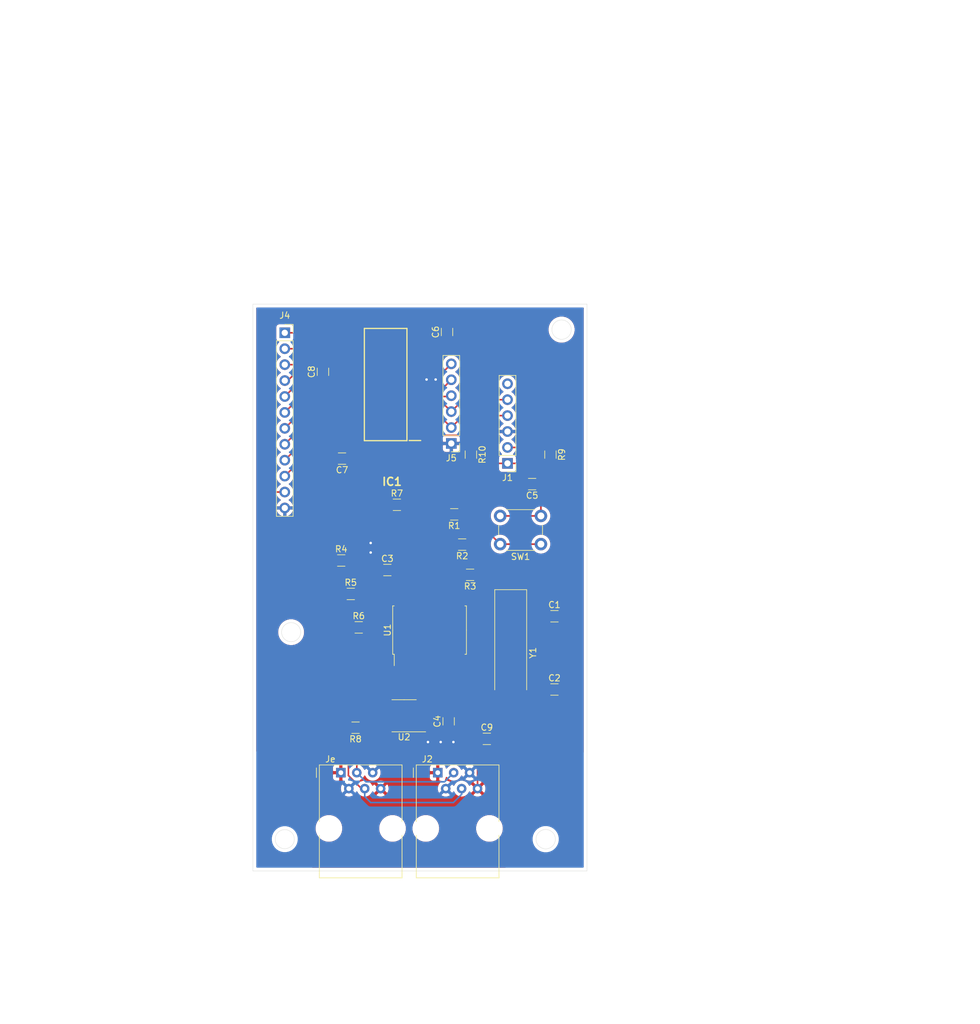
<source format=kicad_pcb>
(kicad_pcb (version 20171130) (host pcbnew "(5.1.4)-1")
  (title_block (title "Canbus boiler switch") (date 23Feb2020) (rev v1.0) (comment 1 "Manufactured and in testing / use"))
  (layers (0 F.Cu signal) (31 B.Cu signal) (34 B.Paste user) (35 F.Paste user) (36 B.SilkS user) (37 F.SilkS user) (38 B.Mask user) (39 F.Mask user) (44 Edge.Cuts user))
  (net 0 "")
  (net 1 GND)
  (net 2 "Net-(C1-Pad1)")
  (net 3 "Net-(C2-Pad1)")
  (net 4 VDD)
  (net 5 "Net-(C8-Pad1)")
  (net 6 /io/io9)
  (net 7 /io/io8)
  (net 8 /io/io7)
  (net 9 /io/io6)
  (net 10 /io/io5)
  (net 11 /io/io4)
  (net 12 /io/io3)
  (net 13 /io/io2)
  (net 14 /io/io1)
  (net 15 /io/switch_0)
  (net 16 /canbus/RESET)
  (net 17 /canbus/TX2RTS)
  (net 18 /canbus/TX1RTS)
  (net 19 /canbus/TX0RTS)
  (net 20 /canbus/RX1BF)
  (net 21 /canbus/MCP_SCK)
  (net 22 /canbus/MCP_SO)
  (net 23 /canbus/MCP_SI)
  (net 24 /mircoprocessor/CS)
  (net 25 /canbus/RX0BF)
  (net 26 /canbus/INT)
  (net 27 /mircoprocessor/MCLR)
  (net 28 "Net-(J1-Pad1)")
  (net 29 /rj12_connections/CAN_H)
  (net 30 /rj12_connections/CAN_L)
  (net 31 "Net-(R8-Pad1)")
  (net 32 /canbus/RXCAN)
  (net 33 /canbus/TXCAN)
  (net 34 "Net-(C5-Pad1)")
  (module Connector_PinHeader_2.54mm:PinHeader_1x06_P2.54mm_Vertical (layer F.Cu) (at 81.45 147.7 180)
    (fp_text reference J5 (at 0 -2.33) (layer F.SilkS))
    (fp_text value Conn_01x06_Male)
    (pad 6 thru_hole oval (at 0 12.7 180) (size 1.7 1.7) (drill 1) (layers *.Cu *.Mask) (net 24 /mircoprocessor/CS))
    (pad 5 thru_hole oval (at 0 10.16 180) (size 1.7 1.7) (drill 1) (layers *.Cu *.Mask) (net 22 /canbus/MCP_SO))
    (pad 4 thru_hole oval (at 0 7.62 180) (size 1.7 1.7) (drill 1) (layers *.Cu *.Mask) (net 23 /canbus/MCP_SI))
    (pad 3 thru_hole oval (at 0 5.08 180) (size 1.7 1.7) (drill 1) (layers *.Cu *.Mask) (net 21 /canbus/MCP_SCK))
    (pad 2 thru_hole oval (at 0 2.54 180) (size 1.7 1.7) (drill 1) (layers *.Cu *.Mask) (net 26 /canbus/INT))
    (pad 1 thru_hole rect (at 0 0 180) (size 1.7 1.7) (drill 1) (layers *.Cu *.Mask) (net 1 GND))
  )
  (module Crystal:Crystal_SMD_HC49-SD_HandSoldering (layer F.Cu) (at 90.932 181.102 270)
    (fp_text reference Y1 (at 0 -3.55 90) (layer F.SilkS))
    (fp_text value 16MHz)
    (pad 2 smd rect (at 5.9375 0 270) (size 7.875 2) (layers F.Cu F.Paste F.Mask) (net 3 "Net-(C2-Pad1)"))
    (pad 1 smd rect (at -5.9375 0 270) (size 7.875 2) (layers F.Cu F.Paste F.Mask) (net 2 "Net-(C1-Pad1)"))
  )
  (module Connector_RJ:RJ12_Amphenol_54601 (layer F.Cu) (at 63.82 200.214)
    (fp_text reference Je (at -1.67 -2.16) (layer F.SilkS))
    (fp_text value 6P6C)
    (pad 1 thru_hole rect (at 0 0) (size 1.52 1.52) (drill 0.76) (layers *.Cu *.Mask) (net 4 VDD))
    (pad "" np_thru_hole circle (at -1.91 8.89) (size 3.25 3.25) (drill 3.25) (layers *.Cu *.Mask))
    (pad 2 thru_hole circle (at 1.27 2.54) (size 1.52 1.52) (drill 0.76) (layers *.Cu *.Mask) (net 1 GND))
    (pad 3 thru_hole circle (at 2.54 0) (size 1.52 1.52) (drill 0.76) (layers *.Cu *.Mask) (net 29 /rj12_connections/CAN_H))
    (pad 4 thru_hole circle (at 3.81 2.54) (size 1.52 1.52) (drill 0.76) (layers *.Cu *.Mask) (net 30 /rj12_connections/CAN_L))
    (pad 5 thru_hole circle (at 5.08 0) (size 1.52 1.52) (drill 0.76) (layers *.Cu *.Mask) (net 1 GND))
    (pad 6 thru_hole circle (at 6.35 2.54) (size 1.52 1.52) (drill 0.76) (layers *.Cu *.Mask) (net 4 VDD))
    (pad "" np_thru_hole circle (at 8.25 8.89) (size 3.25 3.25) (drill 3.25) (layers *.Cu *.Mask))
  )
  (module PIC24FJ256GA702-I_SO:SOIC127P1030X265-28N (layer F.Cu) (at 70.969 138.303 180)
    (fp_text reference IC1 (at -1.016 -15.494 180) (layer F.SilkS) (effects (font (size 1.27 1.27) (thickness 0.254))))
    (fp_text value PIC24FJ256GA702-I_SP hide)
    (pad 28 smd rect (at 4.675 -8.255 270) (size 0.65 1.85) (layers F.Cu F.Paste F.Mask) (net 4 VDD))
    (pad 27 smd rect (at 4.675 -6.985 270) (size 0.65 1.85) (layers F.Cu F.Paste F.Mask) (net 1 GND))
    (pad 26 smd rect (at 4.675 -5.715 270) (size 0.65 1.85) (layers F.Cu F.Paste F.Mask) (net 6 /io/io9))
    (pad 25 smd rect (at 4.675 -4.445 270) (size 0.65 1.85) (layers F.Cu F.Paste F.Mask) (net 7 /io/io8))
    (pad 24 smd rect (at 4.675 -3.175 270) (size 0.65 1.85) (layers F.Cu F.Paste F.Mask) (net 8 /io/io7))
    (pad 23 smd rect (at 4.675 -1.905 270) (size 0.65 1.85) (layers F.Cu F.Paste F.Mask) (net 9 /io/io6))
    (pad 22 smd rect (at 4.675 -0.635 270) (size 0.65 1.85) (layers F.Cu F.Paste F.Mask) (net 10 /io/io5))
    (pad 21 smd rect (at 4.675 0.635 270) (size 0.65 1.85) (layers F.Cu F.Paste F.Mask) (net 11 /io/io4))
    (pad 20 smd rect (at 4.675 1.905 270) (size 0.65 1.85) (layers F.Cu F.Paste F.Mask) (net 5 "Net-(C8-Pad1)"))
    (pad 19 smd rect (at 4.675 3.175 270) (size 0.65 1.85) (layers F.Cu F.Paste F.Mask) (net 1 GND))
    (pad 18 smd rect (at 4.675 4.445 270) (size 0.65 1.85) (layers F.Cu F.Paste F.Mask) (net 12 /io/io3))
    (pad 17 smd rect (at 4.675 5.715 270) (size 0.65 1.85) (layers F.Cu F.Paste F.Mask) (net 13 /io/io2))
    (pad 16 smd rect (at 4.675 6.985 270) (size 0.65 1.85) (layers F.Cu F.Paste F.Mask) (net 14 /io/io1))
    (pad 15 smd rect (at 4.675 8.255 270) (size 0.65 1.85) (layers F.Cu F.Paste F.Mask) (net 15 /io/switch_0))
    (pad 14 smd rect (at -4.675 8.255 270) (size 0.65 1.85) (layers F.Cu F.Paste F.Mask) (net 19 /canbus/TX0RTS))
    (pad 13 smd rect (at -4.675 6.985 270) (size 0.65 1.85) (layers F.Cu F.Paste F.Mask) (net 4 VDD))
    (pad 12 smd rect (at -4.675 5.715 270) (size 0.65 1.85) (layers F.Cu F.Paste F.Mask) (net 18 /canbus/TX1RTS))
    (pad 11 smd rect (at -4.675 4.445 270) (size 0.65 1.85) (layers F.Cu F.Paste F.Mask) (net 17 /canbus/TX2RTS))
    (pad 10 smd rect (at -4.675 3.175 270) (size 0.65 1.85) (layers F.Cu F.Paste F.Mask) (net 16 /canbus/RESET))
    (pad 9 smd rect (at -4.675 1.905 270) (size 0.65 1.85) (layers F.Cu F.Paste F.Mask) (net 24 /mircoprocessor/CS))
    (pad 8 smd rect (at -4.675 0.635 270) (size 0.65 1.85) (layers F.Cu F.Paste F.Mask) (net 1 GND))
    (pad 7 smd rect (at -4.675 -0.635 270) (size 0.65 1.85) (layers F.Cu F.Paste F.Mask) (net 22 /canbus/MCP_SO))
    (pad 6 smd rect (at -4.675 -1.905 270) (size 0.65 1.85) (layers F.Cu F.Paste F.Mask) (net 23 /canbus/MCP_SI))
    (pad 5 smd rect (at -4.675 -3.175 270) (size 0.65 1.85) (layers F.Cu F.Paste F.Mask) (net 21 /canbus/MCP_SCK))
    (pad 4 smd rect (at -4.675 -4.445 270) (size 0.65 1.85) (layers F.Cu F.Paste F.Mask) (net 26 /canbus/INT))
    (pad 3 smd rect (at -4.675 -5.715 270) (size 0.65 1.85) (layers F.Cu F.Paste F.Mask) (net 25 /canbus/RX0BF))
    (pad 2 smd rect (at -4.675 -6.985 270) (size 0.65 1.85) (layers F.Cu F.Paste F.Mask) (net 20 /canbus/RX1BF))
    (pad 1 smd rect (at -4.675 -8.255 270) (size 0.65 1.85) (layers F.Cu F.Paste F.Mask) (net 27 /mircoprocessor/MCLR))
  )
  (module Connector_RJ:RJ12_Amphenol_54601 (layer F.Cu) (at 79.29 200.214)
    (fp_text reference J2 (at -1.67 -2.16) (layer F.SilkS))
    (fp_text value 6P6C)
    (pad 1 thru_hole rect (at 0 0) (size 1.52 1.52) (drill 0.76) (layers *.Cu *.Mask) (net 4 VDD))
    (pad "" np_thru_hole circle (at -1.91 8.89) (size 3.25 3.25) (drill 3.25) (layers *.Cu *.Mask))
    (pad 2 thru_hole circle (at 1.27 2.54) (size 1.52 1.52) (drill 0.76) (layers *.Cu *.Mask) (net 1 GND))
    (pad 3 thru_hole circle (at 2.54 0) (size 1.52 1.52) (drill 0.76) (layers *.Cu *.Mask) (net 29 /rj12_connections/CAN_H))
    (pad 4 thru_hole circle (at 3.81 2.54) (size 1.52 1.52) (drill 0.76) (layers *.Cu *.Mask) (net 30 /rj12_connections/CAN_L))
    (pad 5 thru_hole circle (at 5.08 0) (size 1.52 1.52) (drill 0.76) (layers *.Cu *.Mask) (net 1 GND))
    (pad 6 thru_hole circle (at 6.35 2.54) (size 1.52 1.52) (drill 0.76) (layers *.Cu *.Mask) (net 4 VDD))
    (pad "" np_thru_hole circle (at 8.25 8.89) (size 3.25 3.25) (drill 3.25) (layers *.Cu *.Mask))
  )
  (module Package_SO:SOIC-8_3.9x4.9mm_P1.27mm (layer F.Cu) (at 73.914 191.135 180)
    (fp_text reference U2 (at 0 -3.4) (layer F.SilkS))
    (fp_text value MCP2551-I-SN)
    (pad 8 smd roundrect (at 2.475 -1.905 180) (size 1.95 0.6) (layers F.Cu F.Paste F.Mask) (net 31 "Net-(R8-Pad1)"))
    (pad 7 smd roundrect (at 2.475 -0.635 180) (size 1.95 0.6) (layers F.Cu F.Paste F.Mask) (net 29 /rj12_connections/CAN_H))
    (pad 6 smd roundrect (at 2.475 0.635 180) (size 1.95 0.6) (layers F.Cu F.Paste F.Mask) (net 30 /rj12_connections/CAN_L))
    (pad 5 smd roundrect (at 2.475 1.905 180) (size 1.95 0.6) (layers F.Cu F.Paste F.Mask))
    (pad 4 smd roundrect (at -2.475 1.905 180) (size 1.95 0.6) (layers F.Cu F.Paste F.Mask) (net 32 /canbus/RXCAN))
    (pad 3 smd roundrect (at -2.475 0.635 180) (size 1.95 0.6) (layers F.Cu F.Paste F.Mask) (net 4 VDD))
    (pad 2 smd roundrect (at -2.475 -0.635 180) (size 1.95 0.6) (layers F.Cu F.Paste F.Mask) (net 1 GND))
    (pad 1 smd roundrect (at -2.475 -1.905 180) (size 1.95 0.6) (layers F.Cu F.Paste F.Mask) (net 33 /canbus/TXCAN))
  )
  (module Button_Switch_THT:SW_PUSH_6mm (layer F.Cu) (at 95.758 163.758 180)
    (fp_text reference SW1 (at 3.25 -2) (layer F.SilkS))
    (fp_text value SW_Push)
    (pad 1 thru_hole circle (at 6.5 0 270) (size 2 2) (drill 1.1) (layers *.Cu *.Mask) (net 28 "Net-(J1-Pad1)"))
    (pad 2 thru_hole circle (at 6.5 4.5 270) (size 2 2) (drill 1.1) (layers *.Cu *.Mask) (net 34 "Net-(C5-Pad1)"))
    (pad 1 thru_hole circle (at 0 0 270) (size 2 2) (drill 1.1) (layers *.Cu *.Mask) (net 28 "Net-(J1-Pad1)"))
    (pad 2 thru_hole circle (at 0 4.5 270) (size 2 2) (drill 1.1) (layers *.Cu *.Mask) (net 34 "Net-(C5-Pad1)"))
  )
  (module Connector_PinSocket_2.54mm:PinSocket_1x12_P2.54mm_Vertical (layer F.Cu) (at 54.864 130.048)
    (fp_text reference J4 (at 0 -2.77) (layer F.SilkS))
    (fp_text value Conn_01x12_Female)
    (pad 12 thru_hole oval (at 0 27.94) (size 1.7 1.7) (drill 1) (layers *.Cu *.Mask) (net 1 GND))
    (pad 11 thru_hole oval (at 0 25.4) (size 1.7 1.7) (drill 1) (layers *.Cu *.Mask) (net 4 VDD))
    (pad 10 thru_hole oval (at 0 22.86) (size 1.7 1.7) (drill 1) (layers *.Cu *.Mask) (net 6 /io/io9))
    (pad 9 thru_hole oval (at 0 20.32) (size 1.7 1.7) (drill 1) (layers *.Cu *.Mask) (net 7 /io/io8))
    (pad 8 thru_hole oval (at 0 17.78) (size 1.7 1.7) (drill 1) (layers *.Cu *.Mask) (net 8 /io/io7))
    (pad 7 thru_hole oval (at 0 15.24) (size 1.7 1.7) (drill 1) (layers *.Cu *.Mask) (net 9 /io/io6))
    (pad 6 thru_hole oval (at 0 12.7) (size 1.7 1.7) (drill 1) (layers *.Cu *.Mask) (net 10 /io/io5))
    (pad 5 thru_hole oval (at 0 10.16) (size 1.7 1.7) (drill 1) (layers *.Cu *.Mask) (net 11 /io/io4))
    (pad 4 thru_hole oval (at 0 7.62) (size 1.7 1.7) (drill 1) (layers *.Cu *.Mask) (net 12 /io/io3))
    (pad 3 thru_hole oval (at 0 5.08) (size 1.7 1.7) (drill 1) (layers *.Cu *.Mask) (net 13 /io/io2))
    (pad 2 thru_hole oval (at 0 2.54) (size 1.7 1.7) (drill 1) (layers *.Cu *.Mask) (net 14 /io/io1))
    (pad 1 thru_hole rect (at 0 0) (size 1.7 1.7) (drill 1) (layers *.Cu *.Mask) (net 15 /io/switch_0))
  )
  (module Package_SO:SOIC-18W_7.5x11.6mm_P1.27mm (layer F.Cu) (at 77.978 177.468 90)
    (fp_text reference U1 (at 0 -6.72 90) (layer F.SilkS))
    (fp_text value MCP2515-xSO)
    (pad 18 smd roundrect (at 4.65 -5.08 90) (size 2.05 0.6) (layers F.Cu F.Paste F.Mask) (net 4 VDD))
    (pad 17 smd roundrect (at 4.65 -3.81 90) (size 2.05 0.6) (layers F.Cu F.Paste F.Mask) (net 16 /canbus/RESET))
    (pad 16 smd roundrect (at 4.65 -2.54 90) (size 2.05 0.6) (layers F.Cu F.Paste F.Mask) (net 24 /mircoprocessor/CS))
    (pad 15 smd roundrect (at 4.65 -1.27 90) (size 2.05 0.6) (layers F.Cu F.Paste F.Mask) (net 22 /canbus/MCP_SO))
    (pad 14 smd roundrect (at 4.65 0 90) (size 2.05 0.6) (layers F.Cu F.Paste F.Mask) (net 23 /canbus/MCP_SI))
    (pad 13 smd roundrect (at 4.65 1.27 90) (size 2.05 0.6) (layers F.Cu F.Paste F.Mask) (net 21 /canbus/MCP_SCK))
    (pad 12 smd roundrect (at 4.65 2.54 90) (size 2.05 0.6) (layers F.Cu F.Paste F.Mask) (net 26 /canbus/INT))
    (pad 11 smd roundrect (at 4.65 3.81 90) (size 2.05 0.6) (layers F.Cu F.Paste F.Mask) (net 25 /canbus/RX0BF))
    (pad 10 smd roundrect (at 4.65 5.08 90) (size 2.05 0.6) (layers F.Cu F.Paste F.Mask) (net 20 /canbus/RX1BF))
    (pad 9 smd roundrect (at -4.65 5.08 90) (size 2.05 0.6) (layers F.Cu F.Paste F.Mask) (net 1 GND))
    (pad 8 smd roundrect (at -4.65 3.81 90) (size 2.05 0.6) (layers F.Cu F.Paste F.Mask) (net 3 "Net-(C2-Pad1)"))
    (pad 7 smd roundrect (at -4.65 2.54 90) (size 2.05 0.6) (layers F.Cu F.Paste F.Mask) (net 2 "Net-(C1-Pad1)"))
    (pad 6 smd roundrect (at -4.65 1.27 90) (size 2.05 0.6) (layers F.Cu F.Paste F.Mask) (net 17 /canbus/TX2RTS))
    (pad 5 smd roundrect (at -4.65 0 90) (size 2.05 0.6) (layers F.Cu F.Paste F.Mask) (net 18 /canbus/TX1RTS))
    (pad 4 smd roundrect (at -4.65 -1.27 90) (size 2.05 0.6) (layers F.Cu F.Paste F.Mask) (net 19 /canbus/TX0RTS))
    (pad 3 smd roundrect (at -4.65 -2.54 90) (size 2.05 0.6) (layers F.Cu F.Paste F.Mask))
    (pad 2 smd roundrect (at -4.65 -3.81 90) (size 2.05 0.6) (layers F.Cu F.Paste F.Mask) (net 32 /canbus/RXCAN))
    (pad 1 smd roundrect (at -4.65 -5.08 90) (size 2.05 0.6) (layers F.Cu F.Paste F.Mask) (net 33 /canbus/TXCAN))
  )
  (module Resistor_SMD:R_1206_3216Metric (layer F.Cu) (at 84.582 149.476 270)
    (fp_text reference R10 (at 0 -1.82 90) (layer F.SilkS))
    (fp_text value 470R)
    (pad 2 smd roundrect (at 1.4 0 270) (size 1.25 1.75) (layers F.Cu F.Paste F.Mask) (roundrect_rratio 0.2) (net 28 "Net-(J1-Pad1)"))
    (pad 1 smd roundrect (at -1.4 0 270) (size 1.25 1.75) (layers F.Cu F.Paste F.Mask) (roundrect_rratio 0.2) (net 27 /mircoprocessor/MCLR))
  )
  (module Resistor_SMD:R_1206_3216Metric (layer F.Cu) (at 97.282 149.476 270)
    (fp_text reference R9 (at 0 -1.82 90) (layer F.SilkS))
    (fp_text value 10k)
    (pad 2 smd roundrect (at 1.4 0 270) (size 1.25 1.75) (layers F.Cu F.Paste F.Mask) (roundrect_rratio 0.2) (net 28 "Net-(J1-Pad1)"))
    (pad 1 smd roundrect (at -1.4 0 270) (size 1.25 1.75) (layers F.Cu F.Paste F.Mask) (roundrect_rratio 0.2) (net 4 VDD))
  )
  (module Resistor_SMD:R_1206_3216Metric (layer F.Cu) (at 66.164 193.04 180)
    (fp_text reference R8 (at 0 -1.82) (layer F.SilkS))
    (fp_text value 0R)
    (pad 2 smd roundrect (at 1.4 0 180) (size 1.25 1.75) (layers F.Cu F.Paste F.Mask) (roundrect_rratio 0.2) (net 1 GND))
    (pad 1 smd roundrect (at -1.4 0 180) (size 1.25 1.75) (layers F.Cu F.Paste F.Mask) (roundrect_rratio 0.2) (net 31 "Net-(R8-Pad1)"))
  )
  (module Resistor_SMD:R_1206_3216Metric (layer F.Cu) (at 72.768 157.48)
    (fp_text reference R7 (at 0 -1.82) (layer F.SilkS))
    (fp_text value 10k)
    (pad 2 smd roundrect (at 1.4 0) (size 1.25 1.75) (layers F.Cu F.Paste F.Mask) (roundrect_rratio 0.2) (net 16 /canbus/RESET))
    (pad 1 smd roundrect (at -1.4 0) (size 1.25 1.75) (layers F.Cu F.Paste F.Mask) (roundrect_rratio 0.2) (net 4 VDD))
  )
  (module Resistor_SMD:R_1206_3216Metric (layer F.Cu) (at 66.672 177.038)
    (fp_text reference R6 (at 0 -1.82) (layer F.SilkS))
    (fp_text value 10k)
    (pad 2 smd roundrect (at 1.4 0) (size 1.25 1.75) (layers F.Cu F.Paste F.Mask) (roundrect_rratio 0.2) (net 17 /canbus/TX2RTS))
    (pad 1 smd roundrect (at -1.4 0) (size 1.25 1.75) (layers F.Cu F.Paste F.Mask) (roundrect_rratio 0.2) (net 4 VDD))
  )
  (module Resistor_SMD:R_1206_3216Metric (layer F.Cu) (at 65.402 171.704)
    (fp_text reference R5 (at 0 -1.82) (layer F.SilkS))
    (fp_text value 10k)
    (pad 2 smd roundrect (at 1.4 0) (size 1.25 1.75) (layers F.Cu F.Paste F.Mask) (roundrect_rratio 0.2) (net 18 /canbus/TX1RTS))
    (pad 1 smd roundrect (at -1.4 0) (size 1.25 1.75) (layers F.Cu F.Paste F.Mask) (roundrect_rratio 0.2) (net 4 VDD))
  )
  (module Resistor_SMD:R_1206_3216Metric (layer F.Cu) (at 63.878 166.37)
    (fp_text reference R4 (at 0 -1.82) (layer F.SilkS))
    (fp_text value 10k)
    (pad 2 smd roundrect (at 1.4 0) (size 1.25 1.75) (layers F.Cu F.Paste F.Mask) (roundrect_rratio 0.2) (net 19 /canbus/TX0RTS))
    (pad 1 smd roundrect (at -1.4 0) (size 1.25 1.75) (layers F.Cu F.Paste F.Mask) (roundrect_rratio 0.2) (net 4 VDD))
  )
  (module Resistor_SMD:R_1206_3216Metric (layer F.Cu) (at 84.452 168.656 180)
    (fp_text reference R3 (at 0 -1.82) (layer F.SilkS))
    (fp_text value 10k)
    (pad 2 smd roundrect (at 1.4 0 180) (size 1.25 1.75) (layers F.Cu F.Paste F.Mask) (roundrect_rratio 0.2) (net 20 /canbus/RX1BF))
    (pad 1 smd roundrect (at -1.4 0 180) (size 1.25 1.75) (layers F.Cu F.Paste F.Mask) (roundrect_rratio 0.2) (net 4 VDD))
  )
  (module Resistor_SMD:R_1206_3216Metric (layer F.Cu) (at 83.188 163.83 180)
    (fp_text reference R2 (at 0 -1.82) (layer F.SilkS))
    (fp_text value 10k)
    (pad 2 smd roundrect (at 1.4 0 180) (size 1.25 1.75) (layers F.Cu F.Paste F.Mask) (roundrect_rratio 0.2) (net 25 /canbus/RX0BF))
    (pad 1 smd roundrect (at -1.4 0 180) (size 1.25 1.75) (layers F.Cu F.Paste F.Mask) (roundrect_rratio 0.2) (net 4 VDD))
  )
  (module Resistor_SMD:R_1206_3216Metric (layer F.Cu) (at 81.918 159.004 180)
    (fp_text reference R1 (at 0 -1.82) (layer F.SilkS))
    (fp_text value 10k)
    (pad 2 smd roundrect (at 1.4 0 180) (size 1.25 1.75) (layers F.Cu F.Paste F.Mask) (roundrect_rratio 0.2) (net 26 /canbus/INT))
    (pad 1 smd roundrect (at -1.4 0 180) (size 1.25 1.75) (layers F.Cu F.Paste F.Mask) (roundrect_rratio 0.2) (net 4 VDD))
  )
  (module Connector_PinHeader_2.54mm:PinHeader_1x06_P2.54mm_Vertical (layer F.Cu) (at 90.424 150.876 180)
    (fp_text reference J1 (at 0 -2.286) (layer F.SilkS))
    (fp_text value Conn_01x06_Male)
    (pad 6 thru_hole oval (at 0 12.7 180) (size 1.7 1.7) (drill 1) (layers *.Cu *.Mask))
    (pad 5 thru_hole oval (at 0 10.16 180) (size 1.7 1.7) (drill 1) (layers *.Cu *.Mask) (net 21 /canbus/MCP_SCK))
    (pad 4 thru_hole oval (at 0 7.62 180) (size 1.7 1.7) (drill 1) (layers *.Cu *.Mask) (net 26 /canbus/INT))
    (pad 3 thru_hole oval (at 0 5.08 180) (size 1.7 1.7) (drill 1) (layers *.Cu *.Mask) (net 1 GND))
    (pad 2 thru_hole oval (at 0 2.54 180) (size 1.7 1.7) (drill 1) (layers *.Cu *.Mask) (net 4 VDD))
    (pad 1 thru_hole rect (at 0 0 180) (size 1.7 1.7) (drill 1) (layers *.Cu *.Mask) (net 28 "Net-(J1-Pad1)"))
  )
  (module Capacitor_SMD:C_1206_3216Metric (layer F.Cu) (at 87.122 194.818)
    (fp_text reference C9 (at 0 -1.82) (layer F.SilkS))
    (fp_text value 1uf)
    (pad 2 smd roundrect (at 1.4 0) (size 1.25 1.75) (layers F.Cu F.Paste F.Mask) (roundrect_rratio 0.2) (net 1 GND))
    (pad 1 smd roundrect (at -1.4 0) (size 1.25 1.75) (layers F.Cu F.Paste F.Mask) (roundrect_rratio 0.2) (net 4 VDD))
  )
  (module Capacitor_SMD:C_1206_3216Metric (layer F.Cu) (at 60.96 136.268 90)
    (fp_text reference C8 (at 0 -1.82 90) (layer F.SilkS))
    (fp_text value 10uf)
    (pad 2 smd roundrect (at 1.4 0 90) (size 1.25 1.75) (layers F.Cu F.Paste F.Mask) (roundrect_rratio 0.2) (net 1 GND))
    (pad 1 smd roundrect (at -1.4 0 90) (size 1.25 1.75) (layers F.Cu F.Paste F.Mask) (roundrect_rratio 0.2) (net 5 "Net-(C8-Pad1)"))
  )
  (module Capacitor_SMD:C_1206_3216Metric (layer F.Cu) (at 64.008 150.114 180)
    (fp_text reference C7 (at 0 -1.82) (layer F.SilkS))
    (fp_text value 0.1uf)
    (pad 2 smd roundrect (at 1.4 0 180) (size 1.25 1.75) (layers F.Cu F.Paste F.Mask) (roundrect_rratio 0.2) (net 1 GND))
    (pad 1 smd roundrect (at -1.4 0 180) (size 1.25 1.75) (layers F.Cu F.Paste F.Mask) (roundrect_rratio 0.2) (net 4 VDD))
  )
  (module Capacitor_SMD:C_1206_3216Metric (layer F.Cu) (at 80.772 129.918 90)
    (fp_text reference C6 (at 0 -1.82 90) (layer F.SilkS))
    (fp_text value 0.1uf)
    (pad 2 smd roundrect (at 1.4 0 90) (size 1.25 1.75) (layers F.Cu F.Paste F.Mask) (roundrect_rratio 0.2) (net 1 GND))
    (pad 1 smd roundrect (at -1.4 0 90) (size 1.25 1.75) (layers F.Cu F.Paste F.Mask) (roundrect_rratio 0.2) (net 4 VDD))
  )
  (module Capacitor_SMD:C_1206_3216Metric (layer F.Cu) (at 94.358 154.178 180)
    (fp_text reference C5 (at 0 -1.82) (layer F.SilkS))
    (fp_text value 0.1uf)
    (pad 2 smd roundrect (at 1.4 0 180) (size 1.25 1.75) (layers F.Cu F.Paste F.Mask) (roundrect_rratio 0.2) (net 1 GND))
    (pad 1 smd roundrect (at -1.4 0 180) (size 1.25 1.75) (layers F.Cu F.Paste F.Mask) (roundrect_rratio 0.2) (net 34 "Net-(C5-Pad1)"))
  )
  (module Capacitor_SMD:C_1206_3216Metric (layer F.Cu) (at 81.026 192.024 90)
    (fp_text reference C4 (at 0 -1.82 90) (layer F.SilkS))
    (fp_text value 0.1uF)
    (pad 1 smd roundrect (at -1.4 0 90) (size 1.25 1.75) (layers F.Cu F.Paste F.Mask) (roundrect_rratio 0.2) (net 1 GND))
    (pad 2 smd roundrect (at 1.4 0 90) (size 1.25 1.75) (layers F.Cu F.Paste F.Mask) (roundrect_rratio 0.2) (net 4 VDD))
  )
  (module Capacitor_SMD:C_1206_3216Metric (layer F.Cu) (at 71.244 167.894)
    (fp_text reference C3 (at 0 -1.82) (layer F.SilkS))
    (fp_text value 0.1uF)
    (pad 2 smd roundrect (at 1.4 0) (size 1.25 1.75) (layers F.Cu F.Paste F.Mask) (roundrect_rratio 0.2) (net 4 VDD))
    (pad 1 smd roundrect (at -1.4 0) (size 1.25 1.75) (layers F.Cu F.Paste F.Mask) (roundrect_rratio 0.2) (net 1 GND))
  )
  (module Capacitor_SMD:C_1206_3216Metric (layer F.Cu) (at 97.92 186.944)
    (fp_text reference C2 (at 0 -1.82) (layer F.SilkS))
    (fp_text value 22pF)
    (pad 2 smd roundrect (at 1.4 0) (size 1.25 1.75) (layers F.Cu F.Paste F.Mask) (roundrect_rratio 0.2) (net 1 GND))
    (pad 1 smd roundrect (at -1.4 0) (size 1.25 1.75) (layers F.Cu F.Paste F.Mask) (roundrect_rratio 0.2) (net 3 "Net-(C2-Pad1)"))
  )
  (module Capacitor_SMD:C_1206_3216Metric (layer F.Cu) (at 97.92 175.26)
    (fp_text reference C1 (at 0 -1.82) (layer F.SilkS))
    (fp_text value 22pF)
    (pad 2 smd roundrect (at 1.4 0) (size 1.25 1.75) (layers F.Cu F.Paste F.Mask) (roundrect_rratio 0.2) (net 1 GND))
    (pad 1 smd roundrect (at -1.4 0) (size 1.25 1.75) (layers F.Cu F.Paste F.Mask) (roundrect_rratio 0.2) (net 2 "Net-(C1-Pad1)"))
  )
  (gr_circle (center 55.88 177.8) (end 57.404 177.8) (layer Edge.Cuts) (width 0.05))
  (gr_circle (center 99.06 129.54) (end 100.584 129.286) (layer Edge.Cuts) (width 0.05))
  (gr_circle (center 54.864 210.82) (end 56.388 210.82) (layer Edge.Cuts) (width 0.05))
  (gr_circle (center 96.52 210.82) (end 98.044 210.566) (layer Edge.Cuts) (width 0.05))
  (gr_line (start 49.784 215.9) (end 49.784 125.476) (layer Edge.Cuts) (width 0.05))
  (gr_line (start 103.124 215.9) (end 49.784 215.9) (layer Edge.Cuts) (width 0.05))
  (gr_line (start 103.124 125.476) (end 103.124 215.9) (layer Edge.Cuts) (width 0.05))
  (gr_line (start 49.784 125.476) (end 103.124 125.476) (layer Edge.Cuts) (width 0.05))
  (via (at 68.58 163.576) (size 0.8) (drill 0.4) (layers F.Cu B.Cu) (net 1))
  (via (at 68.58 165.1) (size 0.8) (drill 0.4) (layers F.Cu B.Cu) (net 1))
  (via (at 81.788 195.326) (size 0.8) (drill 0.4) (layers F.Cu B.Cu) (net 1))
  (via (at 79.756 195.326) (size 0.8) (drill 0.4) (layers F.Cu B.Cu) (net 1))
  (via (at 77.724 195.326) (size 0.8) (drill 0.4) (layers F.Cu B.Cu) (net 1))
  (via (at 77.5 137.5) (size 0.8) (drill 0.4) (layers F.Cu B.Cu) (net 1))
  (via (at 78.95 137.5) (size 0.8) (drill 0.4) (layers F.Cu B.Cu) (net 1))
  (segment (start 91.0275 175.26) (end 90.932 175.1645) (width 0.25) (layer F.Cu) (net 2))
  (segment (start 96.52 175.26) (end 91.0275 175.26) (width 0.25) (layer F.Cu) (net 2))
  (segment (start 83.4075 175.1645) (end 90.932 175.1645) (width 0.25) (layer F.Cu) (net 2))
  (segment (start 80.518 182.118) (end 80.518 178.054) (width 0.25) (layer F.Cu) (net 2))
  (segment (start 80.518 178.054) (end 83.4075 175.1645) (width 0.25) (layer F.Cu) (net 2))
  (segment (start 91.0275 186.944) (end 90.932 187.0395) (width 0.25) (layer F.Cu) (net 3))
  (segment (start 96.52 186.944) (end 91.0275 186.944) (width 0.25) (layer F.Cu) (net 3))
  (segment (start 81.788 183.388) (end 81.788 182.118) (width 0.25) (layer F.Cu) (net 3))
  (segment (start 85.344 186.944) (end 81.788 183.388) (width 0.25) (layer F.Cu) (net 3))
  (segment (start 89.916 186.944) (end 85.344 186.944) (width 0.25) (layer F.Cu) (net 3))
  (segment (start 90.932 187.0395) (end 90.0115 187.0395) (width 0.25) (layer F.Cu) (net 3))
  (segment (start 90.0115 187.0395) (end 89.916 186.944) (width 0.25) (layer F.Cu) (net 3))
  (segment (start 80.301 190.5) (end 76.389 190.5) (width 0.25) (layer F.Cu) (net 4))
  (segment (start 81.026 190.5) (end 80.301 190.5) (width 0.25) (layer F.Cu) (net 4))
  (segment (start 97.022 148.336) (end 97.282 148.076) (width 0.25) (layer F.Cu) (net 4))
  (segment (start 90.424 148.336) (end 97.022 148.336) (width 0.25) (layer F.Cu) (net 4))
  (segment (start 75.644 131.318) (end 80.772 131.318) (width 0.25) (layer F.Cu) (net 4))
  (segment (start 62.478 167.38) (end 62.478 166.37) (width 0.25) (layer F.Cu) (net 4))
  (segment (start 64.008 168.91) (end 62.478 167.38) (width 0.25) (layer F.Cu) (net 4))
  (segment (start 64.008 174.799) (end 64.008 168.91) (width 0.25) (layer F.Cu) (net 4))
  (segment (start 65.272 177.038) (end 65.272 176.063) (width 0.25) (layer F.Cu) (net 4))
  (segment (start 65.272 176.063) (end 64.008 174.799) (width 0.25) (layer F.Cu) (net 4))
  (segment (start 84.588 162.69159) (end 83.312 161.41559) (width 0.25) (layer F.Cu) (net 4))
  (segment (start 84.588 163.83) (end 84.588 162.69159) (width 0.25) (layer F.Cu) (net 4))
  (segment (start 83.318 161.40959) (end 83.318 159.004) (width 0.25) (layer F.Cu) (net 4))
  (segment (start 83.312 161.41559) (end 83.318 161.40959) (width 0.25) (layer F.Cu) (net 4))
  (segment (start 72.898 168.148) (end 72.644 167.894) (width 0.25) (layer F.Cu) (net 4))
  (segment (start 72.898 172.818) (end 72.898 168.148) (width 0.25) (layer F.Cu) (net 4))
  (segment (start 72.644 163.281) (end 72.644 167.894) (width 0.25) (layer F.Cu) (net 4))
  (segment (start 71.368 157.48) (end 72.644 158.756) (width 0.25) (layer F.Cu) (net 4))
  (segment (start 72.644 158.756) (end 72.644 163.281) (width 0.25) (layer F.Cu) (net 4))
  (segment (start 65.272 178.013) (end 65.272 177.038) (width 0.25) (layer F.Cu) (net 4))
  (segment (start 65.272 179.19241) (end 65.272 178.013) (width 0.25) (layer F.Cu) (net 4))
  (segment (start 72.73901 186.65942) (end 65.272 179.19241) (width 0.25) (layer F.Cu) (net 4))
  (segment (start 72.73901 189.70742) (end 72.73901 186.65942) (width 0.25) (layer F.Cu) (net 4))
  (segment (start 85.722 194.818) (end 84.328 194.818) (width 0.25) (layer F.Cu) (net 4))
  (segment (start 84.328 194.818) (end 82.296 196.85) (width 0.25) (layer F.Cu) (net 4))
  (segment (start 77.158998 196.85) (end 74.168 193.859002) (width 0.25) (layer F.Cu) (net 4))
  (segment (start 74.168 193.859002) (end 74.168 191.13641) (width 0.25) (layer F.Cu) (net 4))
  (segment (start 74.168 191.13641) (end 72.73901 189.70742) (width 0.25) (layer F.Cu) (net 4))
  (segment (start 97.282 147.351) (end 97.282 148.076) (width 0.25) (layer F.Cu) (net 4))
  (segment (start 97.282 140.716) (end 97.282 147.351) (width 0.25) (layer F.Cu) (net 4))
  (segment (start 80.772 131.318) (end 87.884 131.318) (width 0.25) (layer F.Cu) (net 4))
  (segment (start 87.884 131.318) (end 97.282 140.716) (width 0.25) (layer F.Cu) (net 4))
  (segment (start 62.23 166.122) (end 62.478 166.37) (width 0.25) (layer F.Cu) (net 4))
  (segment (start 62.23 162.56) (end 62.23 166.122) (width 0.25) (layer F.Cu) (net 4))
  (segment (start 62.23 161.611919) (end 62.23 162.56) (width 0.25) (layer F.Cu) (net 4))
  (segment (start 79.87301 184.26701) (end 79.87301 177.93699) (width 0.25) (layer F.Cu) (net 4))
  (segment (start 81.026 190.5) (end 81.026 185.42) (width 0.25) (layer F.Cu) (net 4))
  (segment (start 81.026 185.42) (end 79.87301 184.26701) (width 0.25) (layer F.Cu) (net 4))
  (segment (start 79.87301 177.93699) (end 79.87301 177.91701) (width 0.25) (layer F.Cu) (net 4))
  (segment (start 80.07629 130.62229) (end 80.772 131.318) (width 0.25) (layer F.Cu) (net 4))
  (segment (start 68.326 146.558) (end 69.342 145.542) (width 0.25) (layer F.Cu) (net 4))
  (segment (start 66.294 146.558) (end 68.326 146.558) (width 0.25) (layer F.Cu) (net 4))
  (segment (start 69.342 145.542) (end 69.342 133.604) (width 0.25) (layer F.Cu) (net 4))
  (segment (start 69.342 133.604) (end 73.548001 129.397999) (width 0.25) (layer F.Cu) (net 4))
  (segment (start 73.548001 129.397999) (end 78.851999 129.397999) (width 0.25) (layer F.Cu) (net 4))
  (segment (start 78.851999 129.397999) (end 80.07629 130.62229) (width 0.25) (layer F.Cu) (net 4))
  (segment (start 61.753 166.37) (end 62.478 166.37) (width 0.25) (layer F.Cu) (net 4))
  (segment (start 55.626 166.37) (end 61.753 166.37) (width 0.25) (layer F.Cu) (net 4))
  (segment (start 52.07 162.814) (end 55.626 166.37) (width 0.25) (layer F.Cu) (net 4))
  (segment (start 52.07 156.464) (end 52.07 162.814) (width 0.25) (layer F.Cu) (net 4))
  (segment (start 54.864 155.448) (end 53.086 155.448) (width 0.25) (layer F.Cu) (net 4))
  (segment (start 53.086 155.448) (end 52.07 156.464) (width 0.25) (layer F.Cu) (net 4))
  (segment (start 62.23 161.544) (end 62.23 162.56) (width 0.25) (layer F.Cu) (net 4))
  (segment (start 65.532 158.242) (end 62.23 161.544) (width 0.25) (layer F.Cu) (net 4))
  (segment (start 65.532 147.574) (end 65.532 158.242) (width 0.25) (layer F.Cu) (net 4))
  (segment (start 66.294 146.558) (end 66.294 146.812) (width 0.25) (layer F.Cu) (net 4))
  (segment (start 66.294 146.812) (end 65.532 147.574) (width 0.25) (layer F.Cu) (net 4))
  (segment (start 82.296 196.85) (end 77.158998 196.85) (width 0.25) (layer F.Cu) (net 4))
  (segment (start 81.026 190.5) (end 82.55 190.5) (width 0.25) (layer F.Cu) (net 4))
  (segment (start 85.64 193.59) (end 85.64 201.679198) (width 0.25) (layer F.Cu) (net 4))
  (segment (start 85.64 201.679198) (end 85.64 202.754) (width 0.25) (layer F.Cu) (net 4))
  (segment (start 82.55 190.5) (end 85.64 193.59) (width 0.25) (layer F.Cu) (net 4))
  (segment (start 85.858 165.1) (end 84.588 163.83) (width 0.25) (layer F.Cu) (net 4))
  (segment (start 79.87301 177.91701) (end 85.858 171.93202) (width 0.25) (layer F.Cu) (net 4))
  (segment (start 85.858 171.93202) (end 85.858 165.1) (width 0.25) (layer F.Cu) (net 4))
  (segment (start 72.136 168.78441) (end 72.136 168.402) (width 0.25) (layer F.Cu) (net 4))
  (segment (start 70.866 170.05441) (end 72.136 168.78441) (width 0.25) (layer F.Cu) (net 4))
  (segment (start 70.866 173.228) (end 70.866 170.05441) (width 0.25) (layer F.Cu) (net 4))
  (segment (start 72.39 174.752) (end 70.866 173.228) (width 0.25) (layer F.Cu) (net 4))
  (segment (start 79.87301 177.91701) (end 76.708 174.752) (width 0.25) (layer F.Cu) (net 4))
  (segment (start 76.708 174.752) (end 72.39 174.752) (width 0.25) (layer F.Cu) (net 4))
  (segment (start 72.136 168.402) (end 72.644 167.894) (width 0.25) (layer F.Cu) (net 4))
  (segment (start 62.23 136.398) (end 60.96 137.668) (width 0.25) (layer F.Cu) (net 5))
  (segment (start 66.294 136.398) (end 62.23 136.398) (width 0.25) (layer F.Cu) (net 5))
  (segment (start 63.754 144.018) (end 66.294 144.018) (width 0.25) (layer F.Cu) (net 6))
  (segment (start 54.864 152.908) (end 63.754 144.018) (width 0.25) (layer F.Cu) (net 6))
  (segment (start 62.484 142.748) (end 54.864 150.368) (width 0.25) (layer F.Cu) (net 7))
  (segment (start 66.294 142.748) (end 62.484 142.748) (width 0.25) (layer F.Cu) (net 7))
  (segment (start 61.214 141.478) (end 54.864 147.828) (width 0.25) (layer F.Cu) (net 8))
  (segment (start 66.294 141.478) (end 61.214 141.478) (width 0.25) (layer F.Cu) (net 8))
  (segment (start 59.944 140.208) (end 54.864 145.288) (width 0.25) (layer F.Cu) (net 9))
  (segment (start 66.294 140.208) (end 59.944 140.208) (width 0.25) (layer F.Cu) (net 9))
  (segment (start 55.713999 141.898001) (end 54.864 142.748) (width 0.25) (layer F.Cu) (net 10))
  (segment (start 58.112 139.5) (end 55.713999 141.898001) (width 0.25) (layer F.Cu) (net 10))
  (segment (start 63.35 139.5) (end 58.112 139.5) (width 0.25) (layer F.Cu) (net 10))
  (segment (start 66.294 138.938) (end 63.912 138.938) (width 0.25) (layer F.Cu) (net 10))
  (segment (start 63.912 138.938) (end 63.35 139.5) (width 0.25) (layer F.Cu) (net 10))
  (segment (start 55.713999 139.358001) (end 54.864 140.208) (width 0.25) (layer F.Cu) (net 11))
  (segment (start 56.322 138.75) (end 55.713999 139.358001) (width 0.25) (layer F.Cu) (net 11))
  (segment (start 62.95 138.75) (end 56.322 138.75) (width 0.25) (layer F.Cu) (net 11))
  (segment (start 66.294 137.668) (end 64.032 137.668) (width 0.25) (layer F.Cu) (net 11))
  (segment (start 64.032 137.668) (end 62.95 138.75) (width 0.25) (layer F.Cu) (net 11))
  (segment (start 55.351405 137.668) (end 54.864 137.668) (width 0.25) (layer F.Cu) (net 12))
  (segment (start 66.294 133.858) (end 59.161405 133.858) (width 0.25) (layer F.Cu) (net 12))
  (segment (start 59.161405 133.858) (end 55.351405 137.668) (width 0.25) (layer F.Cu) (net 12))
  (segment (start 56.388 135.128) (end 54.864 135.128) (width 0.25) (layer F.Cu) (net 13))
  (segment (start 66.294 132.588) (end 58.928 132.588) (width 0.25) (layer F.Cu) (net 13))
  (segment (start 58.928 132.588) (end 56.388 135.128) (width 0.25) (layer F.Cu) (net 13))
  (segment (start 56.896 132.588) (end 54.864 132.588) (width 0.25) (layer F.Cu) (net 14))
  (segment (start 66.294 131.318) (end 58.166 131.318) (width 0.25) (layer F.Cu) (net 14))
  (segment (start 58.166 131.318) (end 56.896 132.588) (width 0.25) (layer F.Cu) (net 14))
  (segment (start 66.294 130.048) (end 54.864 130.048) (width 0.25) (layer F.Cu) (net 15))
  (segment (start 74.168 172.818) (end 74.168 157.48) (width 0.25) (layer F.Cu) (net 16))
  (segment (start 71.142044 154.454044) (end 73.47229 156.78429) (width 0.25) (layer F.Cu) (net 16))
  (segment (start 73.47229 156.78429) (end 74.168 157.48) (width 0.25) (layer F.Cu) (net 16))
  (segment (start 75.644 135.128) (end 74.422 135.128) (width 0.25) (layer F.Cu) (net 16))
  (segment (start 74.422 135.128) (end 71.142044 138.407956) (width 0.25) (layer F.Cu) (net 16))
  (segment (start 71.142044 138.407956) (end 71.142044 154.454044) (width 0.25) (layer F.Cu) (net 16))
  (segment (start 75.044 133.858) (end 75.644 133.858) (width 0.25) (layer F.Cu) (net 17))
  (segment (start 79.242 179.826) (end 76.454 177.038) (width 0.25) (layer F.Cu) (net 17))
  (segment (start 79.242 179.832) (end 79.242 179.826) (width 0.25) (layer F.Cu) (net 17))
  (segment (start 76.454 177.038) (end 68.072 177.038) (width 0.25) (layer F.Cu) (net 17))
  (segment (start 79.248 179.838) (end 79.248 182.118) (width 0.25) (layer F.Cu) (net 17))
  (segment (start 79.242 179.832) (end 79.248 179.838) (width 0.25) (layer F.Cu) (net 17))
  (segment (start 74.469 133.858) (end 75.644 133.858) (width 0.25) (layer F.Cu) (net 17))
  (segment (start 74.422 133.858) (end 74.469 133.858) (width 0.25) (layer F.Cu) (net 17))
  (segment (start 70.692033 137.587967) (end 74.422 133.858) (width 0.25) (layer F.Cu) (net 17))
  (segment (start 70.692033 149.525967) (end 70.692033 137.587967) (width 0.25) (layer F.Cu) (net 17))
  (segment (start 68.072 172.212) (end 71.570011 168.713989) (width 0.25) (layer F.Cu) (net 17))
  (segment (start 68.072 177.038) (end 68.072 172.212) (width 0.25) (layer F.Cu) (net 17))
  (segment (start 71.570011 161.45082) (end 69.988022 159.868831) (width 0.25) (layer F.Cu) (net 17))
  (segment (start 71.570011 168.713989) (end 71.570011 161.45082) (width 0.25) (layer F.Cu) (net 17))
  (segment (start 69.988022 159.868831) (end 69.988022 150.229978) (width 0.25) (layer F.Cu) (net 17))
  (segment (start 69.988022 150.229978) (end 70.692033 149.525967) (width 0.25) (layer F.Cu) (net 17))
  (segment (start 75.044 132.588) (end 75.644 132.588) (width 0.25) (layer F.Cu) (net 18))
  (segment (start 77.978 181.227589) (end 76.074411 179.324) (width 0.25) (layer F.Cu) (net 18))
  (segment (start 77.978 181.356) (end 77.978 181.227589) (width 0.25) (layer F.Cu) (net 18))
  (segment (start 76.074411 179.324) (end 68.072 179.324) (width 0.25) (layer F.Cu) (net 18))
  (segment (start 68.072 179.324) (end 66.802 178.054) (width 0.25) (layer F.Cu) (net 18))
  (segment (start 66.802 178.054) (end 66.802 171.704) (width 0.25) (layer F.Cu) (net 18))
  (segment (start 71.12 161.63722) (end 69.538011 160.055231) (width 0.25) (layer F.Cu) (net 18))
  (segment (start 71.12 167.386) (end 71.12 161.63722) (width 0.25) (layer F.Cu) (net 18))
  (segment (start 70.79401 167.71199) (end 71.12 167.386) (width 0.25) (layer F.Cu) (net 18))
  (segment (start 74.422 132.588) (end 74.469 132.588) (width 0.25) (layer F.Cu) (net 18))
  (segment (start 70.79401 168.75718) (end 70.79401 167.71199) (width 0.25) (layer F.Cu) (net 18))
  (segment (start 66.802 171.704) (end 67.84719 171.704) (width 0.25) (layer F.Cu) (net 18))
  (segment (start 67.84719 171.704) (end 70.79401 168.75718) (width 0.25) (layer F.Cu) (net 18))
  (segment (start 69.538011 160.055231) (end 69.538011 149.919399) (width 0.25) (layer F.Cu) (net 18))
  (segment (start 69.538011 149.919399) (end 70.242022 149.215388) (width 0.25) (layer F.Cu) (net 18))
  (segment (start 70.242022 149.215388) (end 70.242022 136.767978) (width 0.25) (layer F.Cu) (net 18))
  (segment (start 70.242022 136.767978) (end 74.422 132.588) (width 0.25) (layer F.Cu) (net 18))
  (segment (start 74.469 132.588) (end 75.644 132.588) (width 0.25) (layer F.Cu) (net 18))
  (segment (start 76.708 180.993) (end 76.708 182.118) (width 0.25) (layer F.Cu) (net 19))
  (segment (start 75.801 180.086) (end 76.708 180.993) (width 0.25) (layer F.Cu) (net 19))
  (segment (start 66.294 178.894) (end 67.486 180.086) (width 0.25) (layer F.Cu) (net 19))
  (segment (start 66.294 175.006) (end 66.294 178.894) (width 0.25) (layer F.Cu) (net 19))
  (segment (start 65.278 164.084) (end 65.278 173.99) (width 0.25) (layer F.Cu) (net 19))
  (segment (start 74.422 130.048) (end 69.792011 134.677989) (width 0.25) (layer F.Cu) (net 19))
  (segment (start 67.486 180.086) (end 75.801 180.086) (width 0.25) (layer F.Cu) (net 19))
  (segment (start 75.644 130.048) (end 74.422 130.048) (width 0.25) (layer F.Cu) (net 19))
  (segment (start 69.792011 134.677989) (end 69.792011 148.839195) (width 0.25) (layer F.Cu) (net 19))
  (segment (start 69.792011 148.839195) (end 69.088 149.543206) (width 0.25) (layer F.Cu) (net 19))
  (segment (start 69.088 149.543206) (end 69.088 160.274) (width 0.25) (layer F.Cu) (net 19))
  (segment (start 65.278 173.99) (end 66.294 175.006) (width 0.25) (layer F.Cu) (net 19))
  (segment (start 69.088 160.274) (end 65.278 164.084) (width 0.25) (layer F.Cu) (net 19))
  (segment (start 82.169 155.829) (end 82.296 155.956) (width 0.25) (layer F.Cu) (net 20))
  (segment (start 83.058 161.798) (end 83.058 171.704) (width 0.25) (layer F.Cu) (net 20))
  (segment (start 82.861991 161.601991) (end 83.058 161.798) (width 0.25) (layer F.Cu) (net 20))
  (segment (start 82.86799 161.22319) (end 82.861991 161.229189) (width 0.25) (layer F.Cu) (net 20))
  (segment (start 82.296 155.956) (end 82.296 157.80399) (width 0.25) (layer F.Cu) (net 20))
  (segment (start 82.296 157.80399) (end 82.36799 157.87598) (width 0.25) (layer F.Cu) (net 20))
  (segment (start 82.36799 157.87598) (end 82.36799 159.86718) (width 0.25) (layer F.Cu) (net 20))
  (segment (start 82.36799 159.86718) (end 82.70482 160.20401) (width 0.25) (layer F.Cu) (net 20))
  (segment (start 83.058 171.704) (end 83.058 172.818) (width 0.25) (layer F.Cu) (net 20))
  (segment (start 82.861991 161.229189) (end 82.861991 161.601991) (width 0.25) (layer F.Cu) (net 20))
  (segment (start 82.70482 160.20401) (end 82.86799 160.20401) (width 0.25) (layer F.Cu) (net 20))
  (segment (start 82.86799 160.20401) (end 82.86799 161.22319) (width 0.25) (layer F.Cu) (net 20))
  (segment (start 74.352 148.012) (end 74.352 145.542) (width 0.25) (layer F.Cu) (net 20))
  (segment (start 82.296 155.956) (end 74.352 148.012) (width 0.25) (layer F.Cu) (net 20))
  (segment (start 74.352 145.542) (end 74.606 145.288) (width 0.25) (layer F.Cu) (net 20))
  (segment (start 74.606 145.288) (end 75.644 145.288) (width 0.25) (layer F.Cu) (net 20))
  (segment (start 74.422 141.478) (end 72.942088 142.957912) (width 0.25) (layer F.Cu) (net 21))
  (segment (start 75.644 141.478) (end 74.422 141.478) (width 0.25) (layer F.Cu) (net 21))
  (segment (start 72.942088 142.957912) (end 72.942088 148.762498) (width 0.25) (layer F.Cu) (net 21))
  (segment (start 72.942088 148.762498) (end 79.248 155.06841) (width 0.25) (layer F.Cu) (net 21))
  (segment (start 79.248 155.06841) (end 79.248 171.693) (width 0.25) (layer F.Cu) (net 21))
  (segment (start 79.248 171.693) (end 79.248 172.818) (width 0.25) (layer F.Cu) (net 21))
  (segment (start 80.308 141.478) (end 81.45 142.62) (width 0.25) (layer F.Cu) (net 21))
  (segment (start 75.644 141.478) (end 80.308 141.478) (width 0.25) (layer F.Cu) (net 21))
  (segment (start 83.354 140.716) (end 81.45 142.62) (width 0.25) (layer F.Cu) (net 21))
  (segment (start 90.424 140.716) (end 83.354 140.716) (width 0.25) (layer F.Cu) (net 21))
  (segment (start 76.708 153.924) (end 76.708 171.693) (width 0.25) (layer F.Cu) (net 22))
  (segment (start 72.042066 141.315112) (end 72.042066 149.258066) (width 0.25) (layer F.Cu) (net 22))
  (segment (start 74.419178 138.938) (end 72.042066 141.315112) (width 0.25) (layer F.Cu) (net 22))
  (segment (start 75.644 138.938) (end 74.419178 138.938) (width 0.25) (layer F.Cu) (net 22))
  (segment (start 76.708 171.693) (end 76.708 172.818) (width 0.25) (layer F.Cu) (net 22))
  (segment (start 72.042066 149.258066) (end 76.708 153.924) (width 0.25) (layer F.Cu) (net 22))
  (segment (start 80.052 138.938) (end 81.45 137.54) (width 0.25) (layer F.Cu) (net 22))
  (segment (start 75.644 138.938) (end 80.052 138.938) (width 0.25) (layer F.Cu) (net 22))
  (segment (start 74.422 140.208) (end 74.469 140.208) (width 0.25) (layer F.Cu) (net 23))
  (segment (start 72.492077 142.137923) (end 74.422 140.208) (width 0.25) (layer F.Cu) (net 23))
  (segment (start 72.492077 148.948898) (end 72.492077 142.137923) (width 0.25) (layer F.Cu) (net 23))
  (segment (start 77.978 154.434821) (end 72.492077 148.948898) (width 0.25) (layer F.Cu) (net 23))
  (segment (start 77.978 172.818) (end 77.978 154.434821) (width 0.25) (layer F.Cu) (net 23))
  (segment (start 74.469 140.208) (end 75.644 140.208) (width 0.25) (layer F.Cu) (net 23))
  (segment (start 81.322 140.208) (end 81.45 140.08) (width 0.25) (layer F.Cu) (net 23))
  (segment (start 75.644 140.208) (end 81.322 140.208) (width 0.25) (layer F.Cu) (net 23))
  (segment (start 75.438 171.693) (end 75.438 172.818) (width 0.25) (layer F.Cu) (net 24))
  (segment (start 71.592055 149.444465) (end 75.438 153.29041) (width 0.25) (layer F.Cu) (net 24))
  (segment (start 74.387 136.398) (end 71.592055 139.192945) (width 0.25) (layer F.Cu) (net 24))
  (segment (start 75.438 153.29041) (end 75.438 171.693) (width 0.25) (layer F.Cu) (net 24))
  (segment (start 75.644 136.398) (end 74.387 136.398) (width 0.25) (layer F.Cu) (net 24))
  (segment (start 71.592055 139.192945) (end 71.592055 149.444465) (width 0.25) (layer F.Cu) (net 24))
  (segment (start 80.052 136.398) (end 81.45 135) (width 0.25) (layer F.Cu) (net 24))
  (segment (start 75.644 136.398) (end 80.052 136.398) (width 0.25) (layer F.Cu) (net 24))
  (segment (start 73.84211 148.26411) (end 73.84211 144.654889) (width 0.25) (layer F.Cu) (net 25))
  (segment (start 81.788 172.818) (end 81.788 156.21) (width 0.25) (layer F.Cu) (net 25))
  (segment (start 81.788 156.21) (end 73.84211 148.26411) (width 0.25) (layer F.Cu) (net 25))
  (segment (start 73.84211 144.654889) (end 74.478999 144.018) (width 0.25) (layer F.Cu) (net 25))
  (segment (start 74.478999 144.018) (end 75.644 144.018) (width 0.25) (layer F.Cu) (net 25))
  (segment (start 89.916 142.748) (end 90.424 143.256) (width 0.25) (layer F.Cu) (net 26))
  (segment (start 80.518 155.702) (end 80.264 155.448) (width 0.25) (layer F.Cu) (net 26))
  (segment (start 80.518 172.818) (end 80.518 155.702) (width 0.25) (layer F.Cu) (net 26))
  (segment (start 74.422 142.748) (end 74.469 142.748) (width 0.25) (layer F.Cu) (net 26))
  (segment (start 80.518 155.702) (end 73.392099 148.576099) (width 0.25) (layer F.Cu) (net 26))
  (segment (start 73.392099 148.576099) (end 73.392099 143.777901) (width 0.25) (layer F.Cu) (net 26))
  (segment (start 73.392099 143.777901) (end 74.422 142.748) (width 0.25) (layer F.Cu) (net 26))
  (segment (start 74.469 142.748) (end 75.644 142.748) (width 0.25) (layer F.Cu) (net 26))
  (segment (start 79.038 142.748) (end 81.45 145.16) (width 0.25) (layer F.Cu) (net 26))
  (segment (start 75.644 142.748) (end 79.038 142.748) (width 0.25) (layer F.Cu) (net 26))
  (segment (start 83.354 143.256) (end 81.45 145.16) (width 0.25) (layer F.Cu) (net 26))
  (segment (start 90.424 143.256) (end 83.354 143.256) (width 0.25) (layer F.Cu) (net 26))
  (segment (start 75.802 146.4) (end 75.644 146.558) (width 0.25) (layer F.Cu) (net 27))
  (segment (start 84.582 148.076) (end 82.906 146.4) (width 0.25) (layer F.Cu) (net 27))
  (segment (start 82.906 146.4) (end 75.802 146.4) (width 0.25) (layer F.Cu) (net 27))
  (segment (start 90.424 150.876) (end 84.582 150.876) (width 0.25) (layer F.Cu) (net 28))
  (segment (start 91.524 150.876) (end 97.282 150.876) (width 0.25) (layer F.Cu) (net 28))
  (segment (start 90.424 150.876) (end 91.524 150.876) (width 0.25) (layer F.Cu) (net 28))
  (segment (start 84.582 159.082) (end 84.582 150.876) (width 0.25) (layer F.Cu) (net 28))
  (segment (start 89.258 163.758) (end 84.582 159.082) (width 0.25) (layer F.Cu) (net 28))
  (segment (start 90.672213 163.758) (end 95.758 163.758) (width 0.25) (layer F.Cu) (net 28))
  (segment (start 89.258 163.758) (end 90.672213 163.758) (width 0.25) (layer F.Cu) (net 28))
  (segment (start 81.070001 200.973999) (end 81.83 200.214) (width 0.25) (layer B.Cu) (net 29))
  (segment (start 80.375001 201.668999) (end 81.070001 200.973999) (width 0.25) (layer B.Cu) (net 29))
  (segment (start 67.814999 201.668999) (end 80.375001 201.668999) (width 0.25) (layer B.Cu) (net 29))
  (segment (start 66.36 200.214) (end 67.814999 201.668999) (width 0.25) (layer B.Cu) (net 29))
  (segment (start 81.788 200.172) (end 81.83 200.214) (width 0.25) (layer F.Cu) (net 29))
  (segment (start 66.36 199.07) (end 66.36 200.214) (width 0.25) (layer F.Cu) (net 29))
  (segment (start 72.898 191.77) (end 73.152 192.024) (width 0.25) (layer F.Cu) (net 29))
  (segment (start 73.152 192.024) (end 73.152 194.31) (width 0.25) (layer F.Cu) (net 29))
  (segment (start 73.152 194.31) (end 72.39 195.072) (width 0.25) (layer F.Cu) (net 29))
  (segment (start 71.439 191.77) (end 72.898 191.77) (width 0.25) (layer F.Cu) (net 29))
  (segment (start 72.39 195.072) (end 70.358 195.072) (width 0.25) (layer F.Cu) (net 29))
  (segment (start 70.358 195.072) (end 66.36 199.07) (width 0.25) (layer F.Cu) (net 29))
  (segment (start 68.834 190.5) (end 71.439 190.5) (width 0.25) (layer F.Cu) (net 30))
  (segment (start 68.29081 190.5) (end 68.834 190.5) (width 0.25) (layer F.Cu) (net 30))
  (segment (start 66.61399 192.17682) (end 68.29081 190.5) (width 0.25) (layer F.Cu) (net 30))
  (segment (start 66.61399 193.0032) (end 66.61399 192.17682) (width 0.25) (layer F.Cu) (net 30))
  (segment (start 67.118 202.754) (end 65.024 200.66) (width 0.25) (layer F.Cu) (net 30))
  (segment (start 67.63 202.754) (end 67.118 202.754) (width 0.25) (layer F.Cu) (net 30))
  (segment (start 65.024 200.66) (end 65.024 198.628) (width 0.25) (layer F.Cu) (net 30))
  (segment (start 65.024 198.628) (end 66.548 197.104) (width 0.25) (layer F.Cu) (net 30))
  (segment (start 66.548 197.104) (end 66.548 193.06919) (width 0.25) (layer F.Cu) (net 30))
  (segment (start 66.548 193.06919) (end 66.61399 193.0032) (width 0.25) (layer F.Cu) (net 30))
  (segment (start 83.1 203.666) (end 83.1 202.754) (width 0.25) (layer B.Cu) (net 30))
  (segment (start 81.788 204.978) (end 83.1 203.666) (width 0.25) (layer B.Cu) (net 30))
  (segment (start 68.58 204.978) (end 81.788 204.978) (width 0.25) (layer B.Cu) (net 30))
  (segment (start 67.63 202.754) (end 67.63 204.028) (width 0.25) (layer B.Cu) (net 30))
  (segment (start 67.63 204.028) (end 68.58 204.978) (width 0.25) (layer B.Cu) (net 30))
  (segment (start 68.793 193.04) (end 71.439 193.04) (width 0.25) (layer F.Cu) (net 31))
  (segment (start 67.818 193.04) (end 68.793 193.04) (width 0.25) (layer F.Cu) (net 31))
  (segment (start 74.168 183.243) (end 74.168 182.118) (width 0.25) (layer F.Cu) (net 32))
  (segment (start 74.168 187.009) (end 74.168 182.118) (width 0.25) (layer F.Cu) (net 32))
  (segment (start 76.389 189.23) (end 74.168 187.009) (width 0.25) (layer F.Cu) (net 32))
  (segment (start 72.898 183.243) (end 72.898 182.118) (width 0.25) (layer F.Cu) (net 33))
  (segment (start 73.54299 182.76299) (end 72.898 182.118) (width 0.25) (layer F.Cu) (net 33))
  (segment (start 73.66 183.306768) (end 73.54299 183.189758) (width 0.25) (layer F.Cu) (net 33))
  (segment (start 75.74401 192.39501) (end 75.367242 192.39501) (width 0.25) (layer F.Cu) (net 33))
  (segment (start 76.389 193.04) (end 75.74401 192.39501) (width 0.25) (layer F.Cu) (net 33))
  (segment (start 74.676 191.008) (end 73.66 189.992) (width 0.25) (layer F.Cu) (net 33))
  (segment (start 75.367242 192.39501) (end 75.08899 192.116758) (width 0.25) (layer F.Cu) (net 33))
  (segment (start 73.66 189.992) (end 73.66 183.306768) (width 0.25) (layer F.Cu) (net 33))
  (segment (start 75.08899 192.116758) (end 75.08899 191.73999) (width 0.25) (layer F.Cu) (net 33))
  (segment (start 73.54299 183.189758) (end 73.54299 182.76299) (width 0.25) (layer F.Cu) (net 33))
  (segment (start 75.08899 191.73999) (end 74.676 191.327) (width 0.25) (layer F.Cu) (net 33))
  (segment (start 74.676 191.327) (end 74.676 191.008) (width 0.25) (layer F.Cu) (net 33))
  (segment (start 89.258 159.258) (end 95.758 159.258) (width 0.25) (layer F.Cu) (net 34))
  (segment (start 95.758 157.843787) (end 95.758 154.178) (width 0.25) (layer F.Cu) (net 34))
  (segment (start 95.758 159.258) (end 95.758 157.843787) (width 0.25) (layer F.Cu) (net 34))
  (zone (net 1) (net_name GND) (layer F.Cu) (connect_pads (clearance 0.508)) (min_thickness 0.254) (fill yes (arc_segments 32) (thermal_gap 0.508) (thermal_bridge_width 0.508))
    (polygon (pts (xy 21.336 80.518) (xy 140.716 80.264) (xy 146.05 197.104) (xy 22.86 196.85)))
  )
  (zone (net 1) (net_name GND) (layer B.Cu) (connect_pads (clearance 0.508)) (min_thickness 0.254) (fill yes (arc_segments 32) (thermal_gap 0.508) (thermal_bridge_width 0.508))
    (polygon (pts (xy 18.034 76.962) (xy 157.226 77.216) (xy 165.862 240.284) (xy 9.398 239.776)))
  )
  (zone (net 4) (net_name VDD) (layer F.Cu) (connect_pads (clearance 0.508)) (min_thickness 0.254) (fill yes (arc_segments 32) (thermal_gap 0.508) (thermal_bridge_width 0.508))
    (polygon (pts (xy 62.484 198.12) (xy 90.17 198.12) (xy 90.17 216.662) (xy 59.182 216.662) (xy 59.182 198.12) (xy 62.23 198.12)))
  )
)
</source>
